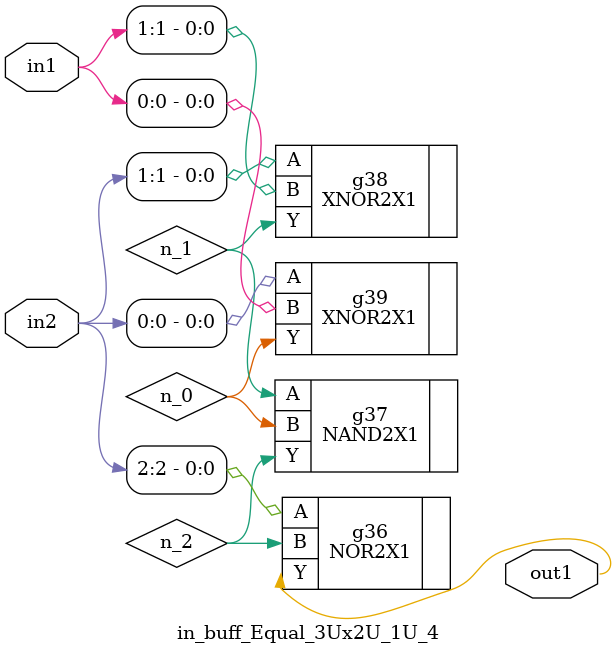
<source format=v>
`timescale 1ps / 1ps


module in_buff_Equal_3Ux2U_1U_4(in2, in1, out1);
  input [2:0] in2;
  input [1:0] in1;
  output out1;
  wire [2:0] in2;
  wire [1:0] in1;
  wire out1;
  wire n_0, n_1, n_2;
  NOR2X1 g36(.A (in2[2]), .B (n_2), .Y (out1));
  NAND2X1 g37(.A (n_1), .B (n_0), .Y (n_2));
  XNOR2X1 g38(.A (in2[1]), .B (in1[1]), .Y (n_1));
  XNOR2X1 g39(.A (in2[0]), .B (in1[0]), .Y (n_0));
endmodule



</source>
